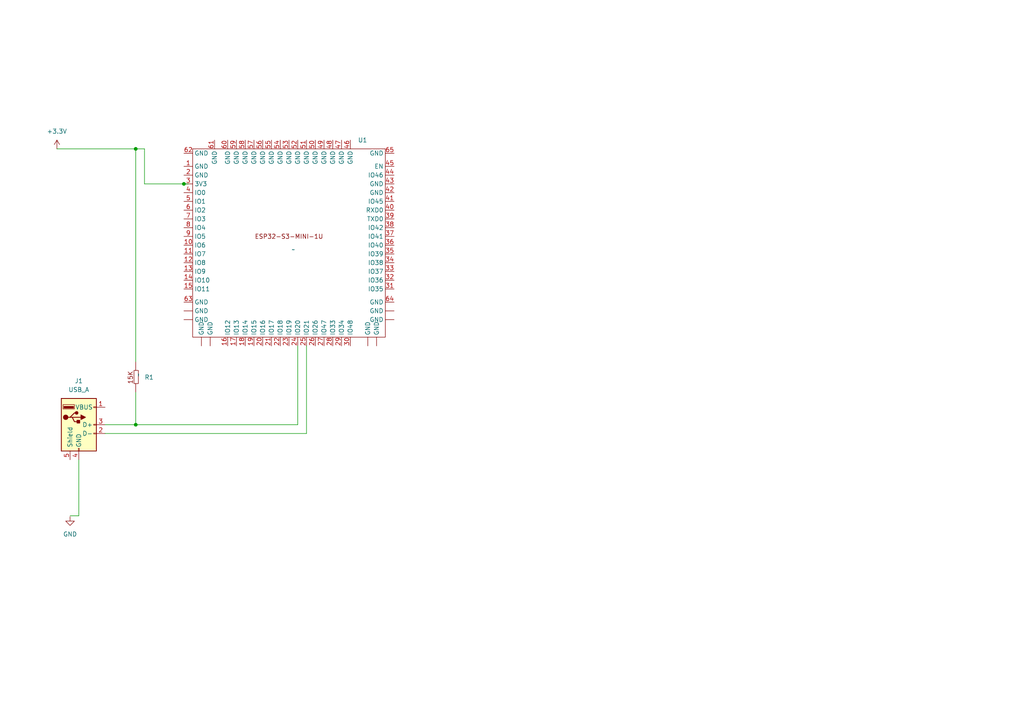
<source format=kicad_sch>
(kicad_sch (version 20230121) (generator eeschema)
  (paper "A4")
  (lib_symbols
    (symbol "Connector:USB_A" (pin_names (offset 1.016))
      (property "Reference" "J" (at -5.08 11.43 0))
      (property "Value" "USB_A" (at -5.08 8.89 0))
      (symbol "USB_A_0_1"
        (rectangle (start -5.08 -7.62) (end 5.08 7.62) (stroke (width 0.254)) (fill (type background)))
        (circle (center -3.81 2.159) (radius 0.635) (stroke (width 0.254)) (fill (type outline)))
        (rectangle (start -1.524 4.826) (end -4.318 5.334) (fill (type outline)))
        (rectangle (start -1.27 4.572) (end -4.572 5.842))
        (circle (center -0.635 3.429) (radius 0.381) (stroke (width 0.254)) (fill (type outline)))
        (rectangle (start -0.127 -7.62) (end 0.127 -6.858))
        (polyline (pts (xy -3.175 2.159) (xy -2.54 2.159) (xy -1.27 3.429) (xy -0.635 3.429)) (stroke (width 0.254)))
        (polyline (pts (xy -2.54 2.159) (xy -1.905 2.159) (xy -1.27 0.889) (xy 0 0.889)) (stroke (width 0.254)))
        (polyline (pts (xy 0.635 2.794) (xy 0.635 1.524) (xy 1.905 2.159) (xy 0.635 2.794)) (stroke (width 0.254)) (fill (type outline)))
        (rectangle (start 0.254 1.27) (end -0.508 0.508) (stroke (width 0.254)) (fill (type outline)))
        (rectangle (start 5.08 -2.667) (end 4.318 -2.413))
        (rectangle (start 5.08 -0.127) (end 4.318 0.127))
        (rectangle (start 5.08 4.953) (end 4.318 5.207))
      )
      (symbol "USB_A_1_1"
        (polyline (pts (xy -1.905 2.159) (xy 0.635 2.159)) (stroke (width 0.254)))
        (pin power_in line (at 7.62 5.08 180) (length 2.54) (name "VBUS") (number "1"))
        (pin bidirectional line (at 7.62 -2.54 180) (length 2.54) (name "D-") (number "2"))
        (pin bidirectional line (at 7.62 0 180) (length 2.54) (name "D+") (number "3"))
        (pin power_in line (at 0 -10.16 90) (length 2.54) (name "GND") (number "4"))
        (pin passive line (at -2.54 -10.16 90) (length 2.54) (name "Shield") (number "5"))
      )
    )
    (symbol "Diode-User:RK73H1JTTD1502F" (pin_names (offset 0.25))
      (property "Reference" "R" (at -0.508 0 0))
      (symbol "RK73H1JTTD1502F_0_1"
        (rectangle (start -2.54 1.27) (end 1.27 0))
      )
      (symbol "RK73H1JTTD1502F_1_1"
        (text "15K" (at -0.762 2.286 0) (effects (font (size 1.27 1.27))))
        (pin free line (at -5.08 0.762 0) (length 2.54) (name "") (number ""))
        (pin free line (at 3.81 0.762 180) (length 2.54) (name "") (number ""))
      )
    )
    (symbol "esp32:ESP32-S3-MINI-1U"
      (property "Reference" "U" (at 0 0 0))
      (symbol "ESP32-S3-MINI-1U_0_1"
        (rectangle (start -29.21 29.21) (end 26.67 -25.4))
      )
      (symbol "ESP32-S3-MINI-1U_1_1"
        (text "ESP32-S3-MINI-1U" (at -1.27 3.81 0) (effects (font (size 1.27 1.27))))
        (pin passive line (at -31.75 -20.32 0) (length 2.54) (name "GND") (number ""))
        (pin passive line (at -31.75 -17.78 0) (length 2.54) (name "GND") (number ""))
        (pin passive line (at -26.67 -27.94 90) (length 2.54) (name "GND") (number ""))
        (pin passive line (at -24.13 -27.94 90) (length 2.54) (name "GND") (number ""))
        (pin passive line (at 21.59 -27.94 90) (length 2.54) (name "GND") (number ""))
        (pin passive line (at 24.13 -27.94 90) (length 2.54) (name "GND") (number ""))
        (pin passive line (at 29.21 -20.32 180) (length 2.54) (name "GND") (number ""))
        (pin passive line (at 29.21 -17.78 180) (length 2.54) (name "GND") (number ""))
        (pin passive line (at -31.75 24.13 0) (length 2.54) (name "GND") (number "1"))
        (pin passive line (at -31.75 1.27 0) (length 2.54) (name "IO6") (number "10"))
        (pin passive line (at -31.75 -1.27 0) (length 2.54) (name "IO7") (number "11"))
        (pin passive line (at -31.75 -3.81 0) (length 2.54) (name "IO8") (number "12"))
        (pin passive line (at -31.75 -6.35 0) (length 2.54) (name "IO9") (number "13"))
        (pin passive line (at -31.75 -8.89 0) (length 2.54) (name "IO10") (number "14"))
        (pin passive line (at -31.75 -11.43 0) (length 2.54) (name "IO11") (number "15"))
        (pin passive line (at -19.05 -27.94 90) (length 2.54) (name "IO12") (number "16"))
        (pin passive line (at -16.51 -27.94 90) (length 2.54) (name "IO13") (number "17"))
        (pin passive line (at -13.97 -27.94 90) (length 2.54) (name "IO14") (number "18"))
        (pin passive line (at -11.43 -27.94 90) (length 2.54) (name "IO15") (number "19"))
        (pin passive line (at -31.75 21.59 0) (length 2.54) (name "GND") (number "2"))
        (pin passive line (at -8.89 -27.94 90) (length 2.54) (name "IO16") (number "20"))
        (pin passive line (at -6.35 -27.94 90) (length 2.54) (name "IO17") (number "21"))
        (pin passive line (at -3.81 -27.94 90) (length 2.54) (name "IO18") (number "22"))
        (pin passive line (at -1.27 -27.94 90) (length 2.54) (name "IO19") (number "23"))
        (pin passive line (at 1.27 -27.94 90) (length 2.54) (name "IO20") (number "24"))
        (pin passive line (at 3.81 -27.94 90) (length 2.54) (name "IO21") (number "25"))
        (pin passive line (at 6.35 -27.94 90) (length 2.54) (name "IO26") (number "26"))
        (pin passive line (at 8.89 -27.94 90) (length 2.54) (name "IO47") (number "27"))
        (pin passive line (at 11.43 -27.94 90) (length 2.54) (name "IO33") (number "28"))
        (pin passive line (at 13.97 -27.94 90) (length 2.54) (name "IO34") (number "29"))
        (pin passive line (at -31.75 19.05 0) (length 2.54) (name "3V3") (number "3"))
        (pin passive line (at 16.51 -27.94 90) (length 2.54) (name "IO48") (number "30"))
        (pin passive line (at 29.21 -11.43 180) (length 2.54) (name "IO35") (number "31"))
        (pin passive line (at 29.21 -8.89 180) (length 2.54) (name "IO36") (number "32"))
        (pin passive line (at 29.21 -6.35 180) (length 2.54) (name "IO37") (number "33"))
        (pin passive line (at 29.21 -3.81 180) (length 2.54) (name "IO38") (number "34"))
        (pin passive line (at 29.21 -1.27 180) (length 2.54) (name "IO39") (number "35"))
        (pin passive line (at 29.21 1.27 180) (length 2.54) (name "IO40") (number "36"))
        (pin passive line (at 29.21 3.81 180) (length 2.54) (name "IO41") (number "37"))
        (pin passive line (at 29.21 6.35 180) (length 2.54) (name "IO42") (number "38"))
        (pin passive line (at 29.21 8.89 180) (length 2.54) (name "TXD0") (number "39"))
        (pin passive line (at -31.75 16.51 0) (length 2.54) (name "IO0") (number "4"))
        (pin passive line (at 29.21 11.43 180) (length 2.54) (name "RXD0") (number "40"))
        (pin passive line (at 29.21 13.97 180) (length 2.54) (name "IO45") (number "41"))
        (pin passive line (at 29.21 16.51 180) (length 2.54) (name "GND") (number "42"))
        (pin passive line (at 29.21 19.05 180) (length 2.54) (name "GND") (number "43"))
        (pin passive line (at 29.21 21.59 180) (length 2.54) (name "IO46") (number "44"))
        (pin passive line (at 29.21 24.13 180) (length 2.54) (name "EN") (number "45"))
        (pin passive line (at 16.51 31.75 270) (length 2.54) (name "GND") (number "46"))
        (pin passive line (at 13.97 31.75 270) (length 2.54) (name "GND") (number "47"))
        (pin passive line (at 11.43 31.75 270) (length 2.54) (name "GND") (number "48"))
        (pin passive line (at 8.89 31.75 270) (length 2.54) (name "GND") (number "49"))
        (pin passive line (at -31.75 13.97 0) (length 2.54) (name "IO1") (number "5"))
        (pin passive line (at 6.35 31.75 270) (length 2.54) (name "GND") (number "50"))
        (pin passive line (at 3.81 31.75 270) (length 2.54) (name "GND") (number "51"))
        (pin passive line (at 1.27 31.75 270) (length 2.54) (name "GND") (number "52"))
        (pin passive line (at -1.27 31.75 270) (length 2.54) (name "GND") (number "53"))
        (pin passive line (at -3.81 31.75 270) (length 2.54) (name "GND") (number "54"))
        (pin passive line (at -6.35 31.75 270) (length 2.54) (name "GND") (number "55"))
        (pin passive line (at -8.89 31.75 270) (length 2.54) (name "GND") (number "56"))
        (pin passive line (at -11.43 31.75 270) (length 2.54) (name "GND") (number "57"))
        (pin passive line (at -13.97 31.75 270) (length 2.54) (name "GND") (number "58"))
        (pin passive line (at -16.51 31.75 270) (length 2.54) (name "GND") (number "59"))
        (pin passive line (at -31.75 11.43 0) (length 2.54) (name "IO2") (number "6"))
        (pin passive line (at -19.05 31.75 270) (length 2.54) (name "GND") (number "60"))
        (pin passive line (at -22.86 31.75 270) (length 2.54) (name "GND") (number "61"))
        (pin passive line (at -31.75 27.94 0) (length 2.54) (name "GND") (number "62"))
        (pin passive line (at -31.75 -15.24 0) (length 2.54) (name "GND") (number "63"))
        (pin passive line (at 29.21 -15.24 180) (length 2.54) (name "GND") (number "64"))
        (pin passive line (at 29.21 27.94 180) (length 2.54) (name "GND") (number "65"))
        (pin passive line (at -31.75 8.89 0) (length 2.54) (name "IO3") (number "7"))
        (pin passive line (at -31.75 6.35 0) (length 2.54) (name "IO4") (number "8"))
        (pin passive line (at -31.75 3.81 0) (length 2.54) (name "IO5") (number "9"))
      )
    )
    (symbol "power:+3.3V" (power) (pin_names (offset 0))
      (property "Value" "+3.3V" (at 0 3.556 0))
      (symbol "+3.3V_0_1"
        (polyline (pts (xy -0.762 1.27) (xy 0 2.54)))
        (polyline (pts (xy 0 0) (xy 0 2.54)))
        (polyline (pts (xy 0 2.54) (xy 0.762 1.27)))
      )
      (symbol "+3.3V_1_1"
        (pin power_in line (at 0 0 90) (length 0) hide (name "+3.3V") (number "1"))
      )
    )
    (symbol "power:GND" (power) (pin_names (offset 0))
      (property "Value" "GND" (at 0 -3.81 0))
      (symbol "GND_0_1"
        (polyline (pts (xy 0 0) (xy 0 -1.27) (xy 1.27 -1.27) (xy 0 -2.54) (xy -1.27 -1.27) (xy 0 -1.27)))
      )
      (symbol "GND_1_1"
        (pin power_in line (at 0 0 270) (length 0) hide (name "GND") (number "1"))
      )
    )
  )
  (junction (at 53.34 53.34))
  (junction (at 39.37 43.18))
  (junction (at 39.37 123.19))
  (wire (pts (xy 39.37 123.19) (xy 86.36 123.19)))
  (wire (pts (xy 22.86 149.606) (xy 22.86 133.35)))
  (wire (pts (xy 16.51 43.18) (xy 39.37 43.18)))
  (wire (pts (xy 88.9 100.33) (xy 88.9 125.73)))
  (wire (pts (xy 39.37 43.18) (xy 41.91 43.18)))
  (wire (pts (xy 86.36 100.33) (xy 86.36 123.19)))
  (wire (pts (xy 41.91 53.34) (xy 53.34 53.34)))
  (wire (pts (xy 53.34 53.34) (xy 54.61 53.34)))
  (wire (pts (xy 30.48 123.19) (xy 39.37 123.19)))
  (wire (pts (xy 39.37 113.792) (xy 39.37 123.19)))
  (wire (pts (xy 88.9 125.73) (xy 30.48 125.73)))
  (wire (pts (xy 41.91 43.18) (xy 41.91 53.34)))
  (wire (pts (xy 39.37 43.18) (xy 39.37 104.902)))
  (wire (pts (xy 20.32 149.606) (xy 22.86 149.606)))
  (symbol (lib_id "Connector:USB_A") (at 22.86 123.19 0) (unit 1)
    (property "Reference" "J1" (at 22.86 110.49 0))
    (property "Value" "USB_A" (at 22.86 113.03 0))
    (property "Datasheet" " ~" (effects hide))
  )
  (symbol (lib_id "Diode-User:RK73H1JTTD1502F") (at 40.132 108.712 90) (unit 1)
    (property "Reference" "R1" (at 41.91 109.4358 90) (effects (justify right)))
    (property "Value" "~" (at 40.132 108.712 0))
  )
  (symbol (lib_id "esp32:ESP32-S3-MINI-1U") (at 85.09 72.39 0) (unit 1)
    (property "Reference" "U1" (at 103.7941 40.64 0) (effects (justify left)))
    (property "Value" "~" (at 85.09 72.39 0))
  )
  (symbol (lib_id "power:+3.3V") (at 16.51 43.18 0) (unit 1)
    (property "Reference" "#PWR01" (effects hide))
    (property "Value" "+3.3V" (at 16.51 38.1 0))
  )
  (symbol (lib_id "power:GND") (at 20.32 149.86 0) (unit 1)
    (property "Reference" "#PWR02" (effects hide))
    (property "Value" "GND" (at 20.32 154.94 0))
  )
)
</source>
